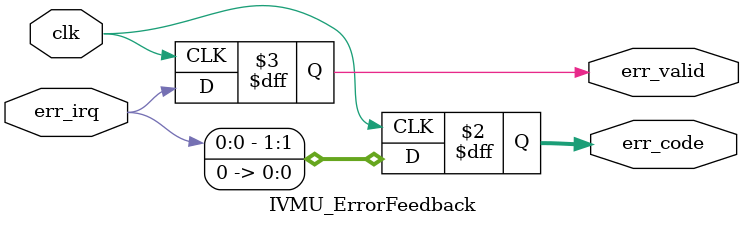
<source format=sv>
module IVMU_ErrorFeedback (
    input clk,          // Clock signal
    input err_irq,      // Input error interrupt signal
    output logic [1:0] err_code,  // Registered error code output
    output logic err_valid    // Registered error valid output
);

    // Merge logic from previous submodules into a single always block
    always @(posedge clk) begin
        // Logic from error_valid_reg
        err_valid <= err_irq;

        // Logic from error_code_reg
        err_code <= {err_irq, 1'b0};
    end

endmodule
</source>
